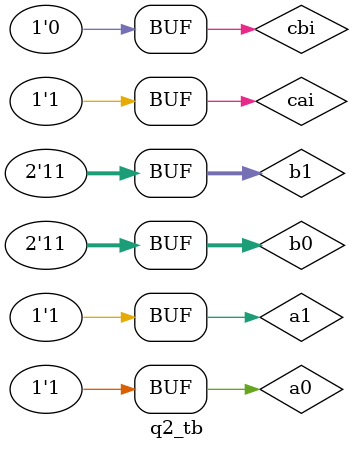
<source format=v>

module adder_1bit(co, sum, a0, a1, ci);
input a0, a1, ci;
output reg co, sum;
always @* begin
{co, sum} = a0 + a1 + ci;
end
endmodule


module adder_2bit(co, sum, a0, a1, ci);
input [1:0] a0, a1;
input ci;
output reg [1:0] sum;
output reg co;
always @* begin
	{co, sum} = a0 + a1 + ci;	
end



endmodule


module generate_adder #(parameter N = 1) (co, sum, a0, a1, ci);
input [N-1:0] a0, a1;
input ci;
output [N-1:0] sum;
output co;
generate
case (N)
1: adder_1bit adder1(co, sum, a0, a1, ci);
2: adder_2bit adder2(co, sum, a0, a1, ci); 

endcase
endgenerate

endmodule





module q2_tb();

reg a0, a1;
reg cai;

reg [1:0] b0, b1;
reg cbi;

reg [2:0] c0, c1;
reg cci;

wire cao, cbo, cco;
wire s_a;
wire [1:0] s_b;
wire [2:0] s_c;


generate_adder #(.N(1)) uut1(.co(cao), .sum(s_a), .a0(a0), .a1(a1), .ci(cai));
//generate_adder #(.N(2)) uut2(cbo, s_b, b0, b1, cbi);



initial begin
	$dumpfile("q2_out.vcd");
	$dumpvars(0, q2_tb);	

	a0 = 0; a1 = 0; cai = 0; #10;
	a0 = 1; a1 = 0; cai = 0; #10;
	a0 = 0; a1 = 1; cai = 1; #10;
	a0 = 1; a1 = 1; cai = 1; #10;
end

initial begin
	b0 = 2'b00; b1 = 2'b01; cbi = 0; #10;
	b0 = 2'b01; b1 = 2'b01; cbi = 1; #10;
	b0 = 2'b11; b1 = 2'b11; cbi = 0; #10;
end



endmodule

</source>
